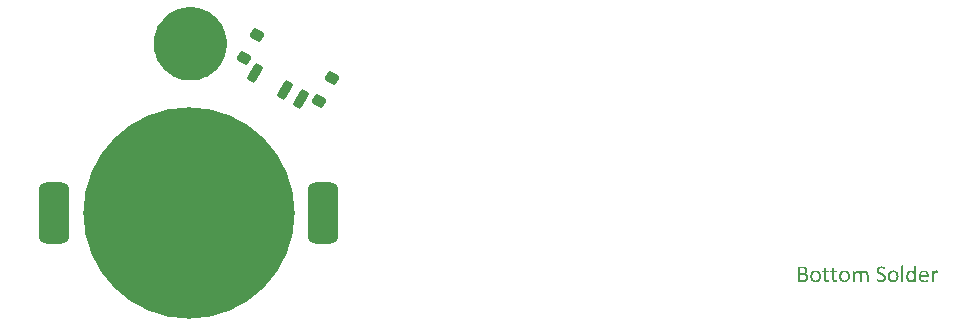
<source format=gbs>
G04*
G04 #@! TF.GenerationSoftware,Altium Limited,Altium Designer,20.1.14 (287)*
G04*
G04 Layer_Color=16711935*
%FSLAX44Y44*%
%MOMM*%
G71*
G04*
G04 #@! TF.SameCoordinates,555A517A-9F76-4A69-B8FD-E90865B7C856*
G04*
G04*
G04 #@! TF.FilePolarity,Negative*
G04*
G01*
G75*
G04:AMPARAMS|DCode=32|XSize=0.9mm|YSize=1.1mm|CornerRadius=0.25mm|HoleSize=0mm|Usage=FLASHONLY|Rotation=240.000|XOffset=0mm|YOffset=0mm|HoleType=Round|Shape=RoundedRectangle|*
%AMROUNDEDRECTD32*
21,1,0.9000,0.6000,0,0,240.0*
21,1,0.4000,1.1000,0,0,240.0*
1,1,0.5000,-0.3598,-0.0232*
1,1,0.5000,-0.1598,0.3232*
1,1,0.5000,0.3598,0.0232*
1,1,0.5000,0.1598,-0.3232*
%
%ADD32ROUNDEDRECTD32*%
G04:AMPARAMS|DCode=33|XSize=0.8mm|YSize=1.6mm|CornerRadius=0.225mm|HoleSize=0mm|Usage=FLASHONLY|Rotation=330.000|XOffset=0mm|YOffset=0mm|HoleType=Round|Shape=RoundedRectangle|*
%AMROUNDEDRECTD33*
21,1,0.8000,1.1500,0,0,330.0*
21,1,0.3500,1.6000,0,0,330.0*
1,1,0.4500,-0.1360,-0.5855*
1,1,0.4500,-0.4391,-0.4105*
1,1,0.4500,0.1360,0.5855*
1,1,0.4500,0.4391,0.4105*
%
%ADD33ROUNDEDRECTD33*%
G04:AMPARAMS|DCode=34|XSize=2.6mm|YSize=5.2mm|CornerRadius=0.675mm|HoleSize=0mm|Usage=FLASHONLY|Rotation=0.000|XOffset=0mm|YOffset=0mm|HoleType=Round|Shape=RoundedRectangle|*
%AMROUNDEDRECTD34*
21,1,2.6000,3.8500,0,0,0.0*
21,1,1.2500,5.2000,0,0,0.0*
1,1,1.3500,0.6250,-1.9250*
1,1,1.3500,-0.6250,-1.9250*
1,1,1.3500,-0.6250,1.9250*
1,1,1.3500,0.6250,1.9250*
%
%ADD34ROUNDEDRECTD34*%
%ADD35C,17.9000*%
G36*
X3475Y143867D02*
X3597Y143859D01*
X7496Y143346D01*
X7522Y143341D01*
X7625Y143320D01*
X11423Y142303D01*
X11494Y142278D01*
X11547Y142260D01*
X15181Y140755D01*
X15298Y140697D01*
X18704Y138731D01*
X18748Y138702D01*
X18813Y138658D01*
X21933Y136264D01*
X22031Y136178D01*
X24812Y133397D01*
X24899Y133299D01*
X27293Y130179D01*
X27366Y130070D01*
X29332Y126664D01*
X29390Y126546D01*
X30895Y122913D01*
X30909Y122872D01*
X30937Y122789D01*
X31955Y118990D01*
X31980Y118862D01*
X32494Y114963D01*
X32502Y114832D01*
Y112866D01*
Y110899D01*
X32502Y110891D01*
X32494Y110769D01*
X31980Y106870D01*
X31975Y106844D01*
X31955Y106741D01*
X30937Y102942D01*
X30913Y102871D01*
X30895Y102818D01*
X29390Y99185D01*
X29332Y99067D01*
X27366Y95662D01*
X27336Y95618D01*
X27293Y95553D01*
X24899Y92433D01*
X24812Y92334D01*
X22031Y89553D01*
X21933Y89467D01*
X18813Y87073D01*
X18704Y87000D01*
X15298Y85034D01*
X15181Y84976D01*
X11547Y83471D01*
X11506Y83457D01*
X11423Y83429D01*
X7625Y82411D01*
X7548Y82396D01*
X7496Y82385D01*
X3597Y81872D01*
X3466Y81863D01*
X-466D01*
X-597Y81872D01*
X-4496Y82385D01*
X-4517Y82390D01*
X-4625Y82411D01*
X-8423Y83429D01*
X-8494Y83453D01*
X-8547Y83471D01*
X-12181Y84976D01*
X-12298Y85034D01*
X-15704Y87000D01*
X-15748Y87029D01*
X-15813Y87073D01*
X-18933Y89467D01*
X-19031Y89553D01*
X-21812Y92334D01*
X-21899Y92433D01*
X-24293Y95553D01*
X-24365Y95662D01*
X-26332Y99067D01*
X-26390Y99185D01*
X-27895Y102818D01*
X-27909Y102859D01*
X-27937Y102942D01*
X-28955Y106741D01*
X-28970Y106818D01*
X-28980Y106870D01*
X-29494Y110768D01*
X-29502Y110899D01*
Y112866D01*
Y114832D01*
X-29494Y114963D01*
X-28980Y118862D01*
X-28976Y118883D01*
X-28955Y118990D01*
X-27937Y122789D01*
X-27913Y122860D01*
X-27895Y122913D01*
X-26390Y126546D01*
X-26332Y126664D01*
X-24365Y130070D01*
X-24336Y130113D01*
X-24293Y130179D01*
X-21899Y133299D01*
X-21812Y133397D01*
X-19031Y136178D01*
X-18933Y136264D01*
X-15813Y138658D01*
X-15704Y138731D01*
X-12298Y140697D01*
X-12181Y140755D01*
X-8547Y142260D01*
X-8506Y142274D01*
X-8423Y142303D01*
X-4625Y143320D01*
X-4496Y143346D01*
X-597Y143859D01*
X-466Y143868D01*
X3466D01*
X3475Y143867D01*
D02*
G37*
G36*
X587339Y-75702D02*
X587640Y-75748D01*
X587663D01*
X587710Y-75771D01*
X587802D01*
X587918Y-75794D01*
X588172Y-75864D01*
X588450Y-75956D01*
X588473D01*
X588519Y-75979D01*
X588589Y-76003D01*
X588681Y-76026D01*
X588913Y-76118D01*
X589144Y-76234D01*
X589167D01*
X589190Y-76257D01*
X589306Y-76303D01*
X589445Y-76396D01*
X589538Y-76465D01*
X589561Y-76488D01*
X589584Y-76512D01*
X589630Y-76581D01*
X589653Y-76627D01*
X589676Y-76651D01*
X589723Y-76766D01*
Y-76789D01*
X589746Y-76836D01*
Y-76975D01*
Y-76998D01*
X589769Y-77044D01*
Y-77160D01*
Y-77275D01*
Y-77298D01*
Y-77391D01*
Y-77484D01*
X589746Y-77599D01*
Y-77622D01*
X589723Y-77692D01*
X589700Y-77854D01*
Y-77877D01*
X589676Y-77900D01*
X589607Y-77993D01*
X589584D01*
X589491Y-78016D01*
X589468D01*
X589399Y-77993D01*
X589306Y-77946D01*
X589144Y-77877D01*
X589098Y-77854D01*
X588982Y-77784D01*
X588797Y-77692D01*
X588566Y-77576D01*
X588543D01*
X588519Y-77553D01*
X588450Y-77507D01*
X588357Y-77460D01*
X588103Y-77368D01*
X587779Y-77252D01*
X587756D01*
X587710Y-77229D01*
X587594Y-77206D01*
X587478Y-77160D01*
X587316Y-77137D01*
X587154Y-77113D01*
X586738Y-77090D01*
X586553D01*
X586414Y-77113D01*
X586113Y-77160D01*
X585789Y-77252D01*
X585766D01*
X585720Y-77275D01*
X585650Y-77298D01*
X585558Y-77345D01*
X585349Y-77484D01*
X585141Y-77646D01*
X585095Y-77692D01*
X585002Y-77807D01*
X584863Y-77969D01*
X584748Y-78201D01*
Y-78224D01*
X584725Y-78247D01*
X584701Y-78317D01*
Y-78409D01*
X584655Y-78640D01*
X584632Y-78895D01*
Y-78918D01*
Y-78988D01*
X584655Y-79080D01*
Y-79219D01*
X584725Y-79520D01*
X584863Y-79821D01*
X584887Y-79844D01*
X584910Y-79890D01*
X584956Y-79960D01*
X585048Y-80052D01*
X585257Y-80283D01*
X585534Y-80515D01*
X585558Y-80538D01*
X585604Y-80561D01*
X585696Y-80631D01*
X585812Y-80700D01*
X585951Y-80793D01*
X586113Y-80885D01*
X586483Y-81070D01*
X586506D01*
X586576Y-81116D01*
X586691Y-81163D01*
X586807Y-81209D01*
X586969Y-81278D01*
X587154Y-81371D01*
X587548Y-81556D01*
X587571D01*
X587640Y-81602D01*
X587756Y-81649D01*
X587895Y-81718D01*
X588057Y-81811D01*
X588242Y-81903D01*
X588635Y-82135D01*
X588658Y-82158D01*
X588728Y-82181D01*
X588820Y-82250D01*
X588959Y-82343D01*
X589260Y-82574D01*
X589584Y-82852D01*
X589607Y-82875D01*
X589653Y-82921D01*
X589723Y-83014D01*
X589815Y-83130D01*
X589931Y-83268D01*
X590047Y-83430D01*
X590255Y-83824D01*
X590278Y-83847D01*
X590301Y-83916D01*
X590347Y-84032D01*
X590394Y-84194D01*
X590440Y-84402D01*
X590463Y-84634D01*
X590509Y-84888D01*
Y-85166D01*
Y-85212D01*
Y-85328D01*
X590486Y-85490D01*
X590463Y-85698D01*
X590417Y-85953D01*
X590371Y-86230D01*
X590278Y-86508D01*
X590162Y-86786D01*
X590139Y-86809D01*
X590093Y-86901D01*
X590023Y-87040D01*
X589931Y-87202D01*
X589792Y-87387D01*
X589630Y-87596D01*
X589445Y-87781D01*
X589237Y-87989D01*
X589214Y-88012D01*
X589121Y-88058D01*
X589005Y-88151D01*
X588843Y-88266D01*
X588635Y-88382D01*
X588381Y-88498D01*
X588126Y-88614D01*
X587825Y-88729D01*
X587779D01*
X587686Y-88776D01*
X587524Y-88799D01*
X587316Y-88845D01*
X587062Y-88891D01*
X586761Y-88914D01*
X586437Y-88961D01*
X585858D01*
X585696Y-88938D01*
X585511D01*
X585303Y-88914D01*
X584887Y-88845D01*
X584863D01*
X584794Y-88822D01*
X584678Y-88799D01*
X584563Y-88776D01*
X584239Y-88706D01*
X583891Y-88590D01*
X583868D01*
X583822Y-88567D01*
X583753Y-88521D01*
X583637Y-88498D01*
X583406Y-88382D01*
X583174Y-88266D01*
X583151D01*
X583128Y-88243D01*
X583012Y-88151D01*
X582873Y-88058D01*
X582758Y-87966D01*
X582735Y-87943D01*
X582688Y-87873D01*
X582642Y-87781D01*
X582596Y-87665D01*
Y-87619D01*
X582573Y-87526D01*
X582550Y-87364D01*
Y-87156D01*
Y-87110D01*
Y-87040D01*
Y-86924D01*
Y-86809D01*
Y-86786D01*
X582573Y-86716D01*
X582596Y-86647D01*
X582619Y-86577D01*
Y-86554D01*
X582642Y-86531D01*
X582711Y-86439D01*
X582735D01*
X582758Y-86415D01*
X582850Y-86392D01*
X582873D01*
X582943Y-86415D01*
X583082Y-86462D01*
X583244Y-86577D01*
X583267D01*
X583290Y-86601D01*
X583429Y-86693D01*
X583614Y-86809D01*
X583891Y-86948D01*
X583915D01*
X583961Y-86971D01*
X584053Y-87017D01*
X584169Y-87063D01*
X584308Y-87110D01*
X584470Y-87179D01*
X584863Y-87318D01*
X584887D01*
X584956Y-87341D01*
X585095Y-87364D01*
X585257Y-87387D01*
X585442Y-87434D01*
X585673Y-87457D01*
X585905Y-87480D01*
X586391D01*
X586529Y-87457D01*
X586853Y-87410D01*
X587201Y-87341D01*
X587224D01*
X587270Y-87318D01*
X587363Y-87271D01*
X587478Y-87225D01*
X587733Y-87110D01*
X587987Y-86924D01*
X588010Y-86901D01*
X588057Y-86878D01*
X588195Y-86739D01*
X588357Y-86531D01*
X588519Y-86253D01*
Y-86230D01*
X588543Y-86184D01*
X588589Y-86091D01*
X588612Y-85999D01*
X588658Y-85860D01*
X588681Y-85698D01*
X588704Y-85351D01*
Y-85328D01*
Y-85258D01*
X588681Y-85143D01*
Y-85027D01*
X588589Y-84726D01*
X588543Y-84564D01*
X588450Y-84402D01*
Y-84379D01*
X588404Y-84333D01*
X588357Y-84263D01*
X588265Y-84171D01*
X588057Y-83963D01*
X587779Y-83731D01*
X587756Y-83708D01*
X587710Y-83685D01*
X587617Y-83616D01*
X587524Y-83546D01*
X587386Y-83477D01*
X587224Y-83384D01*
X586853Y-83199D01*
X586830Y-83176D01*
X586761Y-83153D01*
X586645Y-83106D01*
X586529Y-83037D01*
X586344Y-82968D01*
X586182Y-82875D01*
X585766Y-82690D01*
X585743Y-82667D01*
X585673Y-82644D01*
X585581Y-82597D01*
X585442Y-82528D01*
X585280Y-82435D01*
X585095Y-82343D01*
X584701Y-82135D01*
X584678Y-82111D01*
X584609Y-82065D01*
X584516Y-82019D01*
X584401Y-81926D01*
X584100Y-81695D01*
X583776Y-81394D01*
X583753Y-81371D01*
X583706Y-81325D01*
X583637Y-81232D01*
X583545Y-81116D01*
X583452Y-80978D01*
X583336Y-80816D01*
X583128Y-80422D01*
Y-80399D01*
X583082Y-80330D01*
X583059Y-80191D01*
X583012Y-80029D01*
X582966Y-79844D01*
X582920Y-79612D01*
X582896Y-79335D01*
X582873Y-79057D01*
Y-79011D01*
Y-78918D01*
X582896Y-78756D01*
X582920Y-78571D01*
X582943Y-78340D01*
X582989Y-78108D01*
X583059Y-77854D01*
X583151Y-77622D01*
X583174Y-77599D01*
X583197Y-77507D01*
X583267Y-77391D01*
X583359Y-77252D01*
X583475Y-77067D01*
X583614Y-76905D01*
X583961Y-76558D01*
X583984Y-76535D01*
X584053Y-76489D01*
X584169Y-76396D01*
X584308Y-76304D01*
X584493Y-76211D01*
X584725Y-76095D01*
X584956Y-75979D01*
X585210Y-75887D01*
X585234D01*
X585349Y-75841D01*
X585488Y-75817D01*
X585696Y-75771D01*
X585928Y-75725D01*
X586182Y-75702D01*
X586483Y-75656D01*
X587062D01*
X587339Y-75702D01*
D02*
G37*
G36*
X615407Y-74915D02*
X615546Y-74938D01*
X615569D01*
X615639Y-74961D01*
X615731Y-74984D01*
X615801Y-75008D01*
X615824D01*
X615847Y-75031D01*
X615940Y-75100D01*
X615963Y-75123D01*
X615986Y-75216D01*
Y-88544D01*
Y-88567D01*
Y-88590D01*
X615940Y-88706D01*
X615916Y-88729D01*
X615801Y-88776D01*
X615778D01*
X615755Y-88799D01*
X615685D01*
X615592Y-88822D01*
X615500D01*
X615384Y-88845D01*
X615014D01*
X614898Y-88822D01*
X614875D01*
X614829Y-88799D01*
X614667Y-88776D01*
X614644D01*
X614621Y-88752D01*
X614528Y-88683D01*
Y-88660D01*
Y-88637D01*
X614505Y-88544D01*
Y-87341D01*
X614482Y-87364D01*
X614389Y-87457D01*
X614227Y-87596D01*
X614042Y-87781D01*
X613834Y-87966D01*
X613579Y-88174D01*
X613302Y-88359D01*
X613024Y-88544D01*
X613001Y-88567D01*
X612885Y-88614D01*
X612746Y-88683D01*
X612538Y-88752D01*
X612284Y-88822D01*
X612006Y-88891D01*
X611682Y-88938D01*
X611358Y-88961D01*
X611196D01*
X611011Y-88938D01*
X610779Y-88914D01*
X610502Y-88868D01*
X610224Y-88799D01*
X609923Y-88706D01*
X609646Y-88590D01*
X609623Y-88567D01*
X609530Y-88521D01*
X609414Y-88428D01*
X609252Y-88313D01*
X609067Y-88174D01*
X608882Y-87989D01*
X608697Y-87781D01*
X608512Y-87549D01*
X608489Y-87526D01*
X608442Y-87434D01*
X608373Y-87295D01*
X608280Y-87109D01*
X608188Y-86901D01*
X608072Y-86624D01*
X607980Y-86346D01*
X607887Y-86022D01*
Y-85976D01*
X607864Y-85860D01*
X607841Y-85675D01*
X607794Y-85443D01*
X607771Y-85166D01*
X607725Y-84842D01*
X607702Y-84518D01*
Y-84148D01*
Y-84124D01*
Y-84101D01*
Y-83963D01*
X607725Y-83731D01*
Y-83454D01*
X607748Y-83130D01*
X607794Y-82782D01*
X607933Y-82065D01*
X607957Y-82019D01*
X607980Y-81903D01*
X608049Y-81741D01*
X608119Y-81510D01*
X608234Y-81255D01*
X608350Y-81001D01*
X608512Y-80723D01*
X608674Y-80469D01*
X608697Y-80445D01*
X608766Y-80353D01*
X608859Y-80237D01*
X608998Y-80098D01*
X609183Y-79913D01*
X609391Y-79751D01*
X609623Y-79589D01*
X609877Y-79450D01*
X609900Y-79427D01*
X610016Y-79381D01*
X610155Y-79335D01*
X610363Y-79265D01*
X610617Y-79196D01*
X610895Y-79126D01*
X611219Y-79103D01*
X611566Y-79080D01*
X611705D01*
X611844Y-79103D01*
X612052Y-79126D01*
X612260Y-79173D01*
X612515Y-79219D01*
X612746Y-79312D01*
X613001Y-79427D01*
X613024Y-79450D01*
X613117Y-79497D01*
X613255Y-79566D01*
X613417Y-79682D01*
X613626Y-79821D01*
X613834Y-80006D01*
X614089Y-80214D01*
X614320Y-80445D01*
Y-75216D01*
Y-75193D01*
Y-75170D01*
X614343Y-75100D01*
Y-75077D01*
X614389Y-75054D01*
X614482Y-75008D01*
X614505D01*
X614551Y-74984D01*
X614621Y-74961D01*
X614736Y-74938D01*
X614759D01*
X614852Y-74915D01*
X614968Y-74892D01*
X615269D01*
X615407Y-74915D01*
D02*
G37*
G36*
X633456Y-79103D02*
X633479D01*
X633549Y-79126D01*
X633664Y-79150D01*
X633780Y-79173D01*
X633803D01*
X633896Y-79196D01*
X633988Y-79219D01*
X634104Y-79265D01*
X634127D01*
X634197Y-79288D01*
X634266Y-79312D01*
X634312Y-79358D01*
X634335D01*
X634359Y-79381D01*
X634405Y-79450D01*
X634428Y-79474D01*
Y-79566D01*
Y-79589D01*
X634451Y-79612D01*
Y-79682D01*
Y-79774D01*
Y-79798D01*
X634474Y-79867D01*
Y-79960D01*
Y-80121D01*
Y-80168D01*
Y-80260D01*
Y-80376D01*
X634451Y-80492D01*
Y-80515D01*
Y-80561D01*
X634405Y-80723D01*
Y-80746D01*
X634382Y-80769D01*
X634335Y-80862D01*
X634312Y-80885D01*
X634220Y-80908D01*
X634150D01*
X634011Y-80862D01*
X633988D01*
X633942Y-80839D01*
X633849Y-80793D01*
X633757Y-80769D01*
X633734D01*
X633664Y-80746D01*
X633572Y-80700D01*
X633433Y-80677D01*
X633410D01*
X633317Y-80654D01*
X633178Y-80631D01*
X632993D01*
X632878Y-80654D01*
X632739Y-80677D01*
X632554Y-80746D01*
X632507Y-80769D01*
X632415Y-80816D01*
X632253Y-80931D01*
X632045Y-81070D01*
X631998Y-81116D01*
X631883Y-81232D01*
X631698Y-81440D01*
X631489Y-81695D01*
X631466Y-81718D01*
X631443Y-81764D01*
X631374Y-81834D01*
X631304Y-81949D01*
X631212Y-82088D01*
X631119Y-82250D01*
X630864Y-82620D01*
Y-88544D01*
Y-88567D01*
Y-88590D01*
X630818Y-88683D01*
X630795Y-88706D01*
X630679Y-88776D01*
X630656D01*
X630610Y-88799D01*
X630541D01*
X630425Y-88822D01*
X630332D01*
X630193Y-88845D01*
X629754D01*
X629615Y-88822D01*
X629592D01*
X629546Y-88799D01*
X629384Y-88776D01*
X629361D01*
X629337Y-88752D01*
X629245Y-88683D01*
Y-88637D01*
X629222Y-88544D01*
Y-79543D01*
Y-79520D01*
Y-79497D01*
X629245Y-79404D01*
X629268Y-79381D01*
X629314Y-79335D01*
X629361Y-79312D01*
X629384D01*
X629430Y-79288D01*
X629499Y-79265D01*
X629592Y-79242D01*
X629615D01*
X629684Y-79219D01*
X630193D01*
X630309Y-79242D01*
X630332D01*
X630402Y-79265D01*
X630471Y-79288D01*
X630541Y-79312D01*
X630564D01*
X630587Y-79335D01*
X630633Y-79358D01*
X630656Y-79404D01*
X630679Y-79427D01*
X630703Y-79543D01*
Y-80862D01*
X630726Y-80839D01*
X630772Y-80769D01*
X630841Y-80677D01*
X630934Y-80538D01*
X631142Y-80260D01*
X631397Y-79983D01*
X631420Y-79960D01*
X631443Y-79913D01*
X631605Y-79774D01*
X631790Y-79612D01*
X631998Y-79450D01*
X632021D01*
X632045Y-79427D01*
X632183Y-79335D01*
X632369Y-79242D01*
X632577Y-79173D01*
X632600D01*
X632623Y-79150D01*
X632762Y-79126D01*
X632947Y-79103D01*
X633155Y-79080D01*
X633340D01*
X633456Y-79103D01*
D02*
G37*
G36*
X572924Y-79103D02*
X573132Y-79127D01*
X573363Y-79150D01*
X573618Y-79219D01*
X573849Y-79288D01*
X574080Y-79404D01*
X574104Y-79427D01*
X574173Y-79450D01*
X574289Y-79520D01*
X574427Y-79612D01*
X574566Y-79728D01*
X574728Y-79867D01*
X574890Y-80029D01*
X575029Y-80214D01*
X575052Y-80237D01*
X575099Y-80307D01*
X575145Y-80422D01*
X575237Y-80561D01*
X575330Y-80723D01*
X575399Y-80931D01*
X575492Y-81163D01*
X575561Y-81417D01*
Y-81440D01*
X575584Y-81533D01*
X575608Y-81672D01*
X575654Y-81857D01*
X575677Y-82065D01*
X575700Y-82297D01*
X575723Y-82852D01*
Y-88544D01*
Y-88567D01*
Y-88590D01*
X575677Y-88683D01*
X575654Y-88706D01*
X575538Y-88776D01*
X575515D01*
X575469Y-88799D01*
X575399D01*
X575284Y-88822D01*
X575168D01*
X575052Y-88845D01*
X574613D01*
X574474Y-88822D01*
X574451D01*
X574381Y-88799D01*
X574289D01*
X574219Y-88776D01*
X574196D01*
X574173Y-88752D01*
X574080Y-88683D01*
Y-88637D01*
X574057Y-88544D01*
Y-83083D01*
Y-83060D01*
Y-82991D01*
Y-82875D01*
X574034Y-82736D01*
X574011Y-82389D01*
X573942Y-82042D01*
Y-82019D01*
X573918Y-81950D01*
X573895Y-81880D01*
X573872Y-81764D01*
X573756Y-81487D01*
X573618Y-81232D01*
Y-81209D01*
X573571Y-81163D01*
X573479Y-81024D01*
X573294Y-80862D01*
X573062Y-80700D01*
X573039D01*
X572993Y-80677D01*
X572924Y-80631D01*
X572831Y-80607D01*
X572576Y-80538D01*
X572276Y-80515D01*
X572183D01*
X572067Y-80538D01*
X571905Y-80561D01*
X571743Y-80631D01*
X571535Y-80700D01*
X571327Y-80816D01*
X571119Y-80978D01*
X571096Y-81001D01*
X571026Y-81047D01*
X570910Y-81163D01*
X570748Y-81302D01*
X570563Y-81487D01*
X570355Y-81695D01*
X570124Y-81950D01*
X569869Y-82250D01*
Y-88544D01*
Y-88567D01*
Y-88590D01*
X569823Y-88683D01*
X569800Y-88706D01*
X569684Y-88776D01*
X569661D01*
X569614Y-88799D01*
X569545D01*
X569429Y-88822D01*
X569314D01*
X569198Y-88845D01*
X568782D01*
X568643Y-88822D01*
X568619D01*
X568550Y-88799D01*
X568458D01*
X568388Y-88776D01*
X568365D01*
X568342Y-88752D01*
X568249Y-88683D01*
Y-88637D01*
X568226Y-88544D01*
Y-83083D01*
Y-83060D01*
Y-82991D01*
Y-82875D01*
X568203Y-82736D01*
X568180Y-82389D01*
X568111Y-82042D01*
Y-82019D01*
X568087Y-81950D01*
X568064Y-81880D01*
X568018Y-81764D01*
X567925Y-81487D01*
X567763Y-81232D01*
Y-81209D01*
X567717Y-81163D01*
X567625Y-81024D01*
X567439Y-80862D01*
X567208Y-80700D01*
X567185D01*
X567162Y-80677D01*
X567092Y-80631D01*
X567000Y-80607D01*
X566745Y-80538D01*
X566421Y-80515D01*
X566329D01*
X566213Y-80538D01*
X566051Y-80561D01*
X565889Y-80631D01*
X565681Y-80700D01*
X565473Y-80816D01*
X565264Y-80978D01*
X565241Y-81001D01*
X565172Y-81047D01*
X565056Y-81163D01*
X564894Y-81302D01*
X564709Y-81487D01*
X564501Y-81695D01*
X564269Y-81950D01*
X564015Y-82250D01*
Y-88544D01*
Y-88567D01*
Y-88590D01*
X563969Y-88683D01*
X563945Y-88706D01*
X563830Y-88776D01*
X563806D01*
X563760Y-88799D01*
X563691D01*
X563575Y-88822D01*
X563483D01*
X563344Y-88845D01*
X562904D01*
X562765Y-88822D01*
X562742D01*
X562696Y-88799D01*
X562534Y-88776D01*
X562511D01*
X562488Y-88752D01*
X562395Y-88683D01*
Y-88637D01*
X562372Y-88544D01*
Y-79543D01*
Y-79520D01*
Y-79497D01*
X562395Y-79404D01*
X562418Y-79381D01*
X562464Y-79335D01*
X562511Y-79312D01*
X562534D01*
X562580Y-79288D01*
X562650Y-79265D01*
X562742Y-79242D01*
X562765D01*
X562835Y-79219D01*
X563344D01*
X563460Y-79242D01*
X563483D01*
X563552Y-79265D01*
X563621Y-79288D01*
X563691Y-79312D01*
X563714D01*
X563737Y-79335D01*
X563783Y-79358D01*
X563806Y-79404D01*
X563830Y-79427D01*
X563853Y-79543D01*
Y-80723D01*
X563876Y-80677D01*
X563992Y-80584D01*
X564131Y-80445D01*
X564316Y-80260D01*
X564524Y-80052D01*
X564778Y-79844D01*
X565033Y-79659D01*
X565311Y-79497D01*
X565334Y-79474D01*
X565426Y-79427D01*
X565588Y-79358D01*
X565773Y-79288D01*
X565982Y-79219D01*
X566236Y-79150D01*
X566491Y-79103D01*
X566768Y-79080D01*
X566977D01*
X567092Y-79103D01*
X567416Y-79127D01*
X567763Y-79219D01*
X567786D01*
X567833Y-79242D01*
X567925Y-79265D01*
X568041Y-79312D01*
X568296Y-79427D01*
X568550Y-79589D01*
X568573D01*
X568619Y-79636D01*
X568758Y-79751D01*
X568943Y-79913D01*
X569129Y-80145D01*
X569152Y-80168D01*
X569175Y-80191D01*
X569221Y-80260D01*
X569267Y-80353D01*
X569406Y-80584D01*
X569545Y-80862D01*
X569568Y-80839D01*
X569614Y-80769D01*
X569707Y-80700D01*
X569823Y-80584D01*
X570077Y-80307D01*
X570378Y-80052D01*
X570401Y-80029D01*
X570448Y-79983D01*
X570540Y-79936D01*
X570633Y-79844D01*
X570887Y-79682D01*
X571165Y-79497D01*
X571188D01*
X571234Y-79450D01*
X571304Y-79427D01*
X571396Y-79381D01*
X571651Y-79288D01*
X571905Y-79196D01*
X571928D01*
X571975Y-79173D01*
X572044Y-79150D01*
X572137Y-79127D01*
X572345Y-79103D01*
X572623Y-79080D01*
X572761D01*
X572924Y-79103D01*
D02*
G37*
G36*
X520374Y-75864D02*
X520675Y-75887D01*
X520999Y-75933D01*
X521300Y-76003D01*
X521600Y-76072D01*
X521623D01*
X521716Y-76118D01*
X521855Y-76165D01*
X522040Y-76234D01*
X522433Y-76442D01*
X522642Y-76581D01*
X522827Y-76720D01*
X522850Y-76743D01*
X522919Y-76789D01*
X523012Y-76882D01*
X523104Y-76998D01*
X523243Y-77160D01*
X523359Y-77345D01*
X523475Y-77530D01*
X523590Y-77761D01*
X523613Y-77784D01*
X523637Y-77877D01*
X523683Y-77993D01*
X523729Y-78155D01*
X523775Y-78363D01*
X523798Y-78594D01*
X523845Y-78849D01*
Y-79127D01*
Y-79150D01*
Y-79196D01*
Y-79288D01*
X523822Y-79404D01*
X523798Y-79682D01*
X523729Y-80006D01*
Y-80029D01*
X523706Y-80075D01*
X523683Y-80168D01*
X523637Y-80260D01*
X523544Y-80515D01*
X523382Y-80793D01*
Y-80816D01*
X523336Y-80839D01*
X523243Y-81001D01*
X523081Y-81209D01*
X522850Y-81417D01*
X522827D01*
X522803Y-81463D01*
X522734Y-81510D01*
X522642Y-81579D01*
X522410Y-81718D01*
X522109Y-81880D01*
X522132D01*
X522202Y-81903D01*
X522295Y-81926D01*
X522433Y-81950D01*
X522757Y-82065D01*
X523104Y-82250D01*
X523128D01*
X523174Y-82297D01*
X523266Y-82343D01*
X523382Y-82435D01*
X523637Y-82644D01*
X523891Y-82921D01*
X523914Y-82944D01*
X523960Y-82991D01*
X524007Y-83083D01*
X524099Y-83199D01*
X524169Y-83338D01*
X524261Y-83500D01*
X524446Y-83893D01*
Y-83916D01*
X524470Y-83986D01*
X524516Y-84101D01*
X524562Y-84240D01*
X524585Y-84425D01*
X524632Y-84611D01*
X524655Y-85073D01*
Y-85096D01*
Y-85189D01*
Y-85305D01*
X524632Y-85443D01*
X524608Y-85629D01*
X524585Y-85814D01*
X524493Y-86207D01*
Y-86230D01*
X524470Y-86300D01*
X524423Y-86392D01*
X524377Y-86508D01*
X524238Y-86809D01*
X524053Y-87133D01*
X524030Y-87156D01*
X524007Y-87202D01*
X523937Y-87271D01*
X523868Y-87387D01*
X523660Y-87619D01*
X523382Y-87850D01*
X523359Y-87873D01*
X523313Y-87896D01*
X523220Y-87966D01*
X523128Y-88035D01*
X522989Y-88104D01*
X522827Y-88197D01*
X522480Y-88359D01*
X522456D01*
X522387Y-88382D01*
X522295Y-88428D01*
X522156Y-88475D01*
X522017Y-88521D01*
X521832Y-88590D01*
X521415Y-88683D01*
X521392D01*
X521323Y-88706D01*
X521207D01*
X521045Y-88729D01*
X520860Y-88752D01*
X520628D01*
X520397Y-88776D01*
X516695D01*
X516602Y-88752D01*
X516463Y-88706D01*
X516301Y-88637D01*
X516278Y-88614D01*
X516209Y-88498D01*
X516139Y-88336D01*
X516116Y-88081D01*
Y-76558D01*
Y-76535D01*
Y-76489D01*
X516139Y-76350D01*
X516186Y-76165D01*
X516301Y-76003D01*
X516348Y-75979D01*
X516440Y-75910D01*
X516579Y-75864D01*
X516741Y-75841D01*
X520119D01*
X520374Y-75864D01*
D02*
G37*
G36*
X604786Y-74869D02*
X604810D01*
X604879Y-74892D01*
X604972Y-74915D01*
X605041Y-74938D01*
X605064D01*
X605087Y-74961D01*
X605180Y-75054D01*
X605203Y-75077D01*
X605226Y-75170D01*
Y-88544D01*
Y-88567D01*
Y-88590D01*
X605180Y-88683D01*
X605157Y-88706D01*
X605041Y-88776D01*
X605018D01*
X604972Y-88799D01*
X604902D01*
X604786Y-88822D01*
X604694D01*
X604555Y-88845D01*
X604115D01*
X603977Y-88822D01*
X603953D01*
X603907Y-88799D01*
X603745Y-88776D01*
X603722D01*
X603699Y-88752D01*
X603606Y-88683D01*
Y-88637D01*
X603583Y-88544D01*
Y-75170D01*
Y-75146D01*
Y-75123D01*
X603606Y-75054D01*
Y-75031D01*
X603653Y-75008D01*
X603745Y-74938D01*
X603768D01*
X603815Y-74915D01*
X603884Y-74892D01*
X603977Y-74869D01*
X604000D01*
X604092Y-74846D01*
X604671D01*
X604786Y-74869D01*
D02*
G37*
G36*
X546313Y-76836D02*
X546336D01*
X546406Y-76859D01*
X546498Y-76882D01*
X546568Y-76905D01*
X546591D01*
X546614Y-76928D01*
X546707Y-77021D01*
X546730Y-77044D01*
X546753Y-77137D01*
Y-79265D01*
X549090D01*
X549182Y-79312D01*
X549206D01*
X549229Y-79335D01*
X549298Y-79450D01*
Y-79474D01*
X549321Y-79497D01*
X549344Y-79566D01*
X549368Y-79659D01*
Y-79682D01*
X549391Y-79728D01*
Y-79844D01*
Y-79960D01*
Y-79983D01*
Y-80029D01*
Y-80168D01*
X549344Y-80330D01*
X549298Y-80492D01*
X549275Y-80515D01*
X549229Y-80561D01*
X549159Y-80607D01*
X549044Y-80631D01*
X546753D01*
Y-85652D01*
Y-85698D01*
Y-85814D01*
X546776Y-85976D01*
Y-86184D01*
X546869Y-86647D01*
X546915Y-86855D01*
X547007Y-87063D01*
X547030Y-87086D01*
X547054Y-87133D01*
X547123Y-87202D01*
X547239Y-87295D01*
X547378Y-87387D01*
X547539Y-87457D01*
X547748Y-87503D01*
X548002Y-87526D01*
X548257D01*
X548396Y-87503D01*
X548419D01*
X548511Y-87480D01*
X548604Y-87434D01*
X548720Y-87410D01*
X548743Y-87387D01*
X548812Y-87364D01*
X548951Y-87295D01*
X548974D01*
X549021Y-87271D01*
X549159Y-87248D01*
X549182D01*
X549252Y-87295D01*
X549275Y-87318D01*
X549321Y-87387D01*
Y-87410D01*
X549344Y-87434D01*
X549368Y-87572D01*
Y-87596D01*
X549391Y-87642D01*
Y-87758D01*
Y-87873D01*
Y-87919D01*
Y-88035D01*
X549368Y-88174D01*
X549344Y-88336D01*
Y-88359D01*
X549321Y-88428D01*
X549275Y-88521D01*
X549206Y-88590D01*
X549182D01*
X549159Y-88637D01*
X549090Y-88683D01*
X548974Y-88729D01*
X548951D01*
X548858Y-88752D01*
X548743Y-88776D01*
X548604Y-88822D01*
X548581D01*
X548488Y-88845D01*
X548349Y-88868D01*
X548187Y-88891D01*
X548141D01*
X548049Y-88914D01*
X547887Y-88938D01*
X547470D01*
X547308Y-88914D01*
X547123Y-88891D01*
X546915Y-88868D01*
X546521Y-88776D01*
X546498D01*
X546452Y-88729D01*
X546359Y-88706D01*
X546244Y-88637D01*
X545966Y-88452D01*
X545712Y-88220D01*
X545688Y-88197D01*
X545665Y-88151D01*
X545596Y-88058D01*
X545526Y-87943D01*
X545457Y-87804D01*
X545388Y-87642D01*
X545249Y-87248D01*
Y-87225D01*
X545226Y-87156D01*
X545202Y-87017D01*
X545179Y-86855D01*
X545156Y-86670D01*
X545133Y-86439D01*
X545110Y-86184D01*
Y-85906D01*
Y-80631D01*
X543814D01*
X543745Y-80607D01*
X543652Y-80561D01*
X543583Y-80492D01*
Y-80469D01*
X543560Y-80353D01*
X543536Y-80191D01*
X543513Y-79960D01*
Y-79936D01*
Y-79844D01*
Y-79751D01*
X543536Y-79659D01*
Y-79636D01*
X543560Y-79589D01*
Y-79520D01*
X543583Y-79450D01*
Y-79427D01*
X543606Y-79404D01*
X543698Y-79312D01*
X543722D01*
X543745Y-79288D01*
X543837Y-79265D01*
X545110D01*
Y-77137D01*
Y-77113D01*
Y-77090D01*
X545133Y-77021D01*
Y-76998D01*
X545179Y-76975D01*
X545272Y-76905D01*
X545295D01*
X545341Y-76882D01*
X545411Y-76859D01*
X545503Y-76836D01*
X545526D01*
X545619Y-76813D01*
X546198D01*
X546313Y-76836D01*
D02*
G37*
G36*
X539464D02*
X539487D01*
X539557Y-76859D01*
X539649Y-76882D01*
X539718Y-76905D01*
X539742D01*
X539765Y-76928D01*
X539857Y-77021D01*
X539880Y-77044D01*
X539903Y-77137D01*
Y-79265D01*
X542241D01*
X542333Y-79312D01*
X542356D01*
X542379Y-79335D01*
X542449Y-79450D01*
Y-79474D01*
X542472Y-79497D01*
X542495Y-79566D01*
X542518Y-79659D01*
Y-79682D01*
X542541Y-79728D01*
Y-79844D01*
Y-79960D01*
Y-79983D01*
Y-80029D01*
Y-80168D01*
X542495Y-80330D01*
X542449Y-80492D01*
X542426Y-80515D01*
X542379Y-80561D01*
X542310Y-80607D01*
X542194Y-80631D01*
X539903D01*
Y-85652D01*
Y-85698D01*
Y-85814D01*
X539927Y-85976D01*
Y-86184D01*
X540019Y-86647D01*
X540065Y-86855D01*
X540158Y-87063D01*
X540181Y-87086D01*
X540204Y-87133D01*
X540274Y-87202D01*
X540390Y-87295D01*
X540528Y-87387D01*
X540690Y-87457D01*
X540899Y-87503D01*
X541153Y-87526D01*
X541408D01*
X541546Y-87503D01*
X541570D01*
X541662Y-87480D01*
X541755Y-87434D01*
X541870Y-87410D01*
X541894Y-87387D01*
X541963Y-87364D01*
X542102Y-87295D01*
X542125D01*
X542171Y-87271D01*
X542310Y-87248D01*
X542333D01*
X542403Y-87295D01*
X542426Y-87318D01*
X542472Y-87387D01*
Y-87410D01*
X542495Y-87434D01*
X542518Y-87572D01*
Y-87596D01*
X542541Y-87642D01*
Y-87758D01*
Y-87873D01*
Y-87919D01*
Y-88035D01*
X542518Y-88174D01*
X542495Y-88336D01*
Y-88359D01*
X542472Y-88428D01*
X542426Y-88521D01*
X542356Y-88590D01*
X542333D01*
X542310Y-88637D01*
X542241Y-88683D01*
X542125Y-88729D01*
X542102D01*
X542009Y-88752D01*
X541894Y-88776D01*
X541755Y-88822D01*
X541732D01*
X541639Y-88845D01*
X541500Y-88868D01*
X541338Y-88891D01*
X541292D01*
X541199Y-88914D01*
X541037Y-88938D01*
X540621D01*
X540459Y-88914D01*
X540274Y-88891D01*
X540065Y-88868D01*
X539672Y-88776D01*
X539649D01*
X539603Y-88729D01*
X539510Y-88706D01*
X539394Y-88637D01*
X539117Y-88452D01*
X538862Y-88220D01*
X538839Y-88197D01*
X538816Y-88151D01*
X538747Y-88058D01*
X538677Y-87943D01*
X538608Y-87804D01*
X538538Y-87642D01*
X538400Y-87248D01*
Y-87225D01*
X538376Y-87156D01*
X538353Y-87017D01*
X538330Y-86855D01*
X538307Y-86670D01*
X538284Y-86439D01*
X538261Y-86184D01*
Y-85906D01*
Y-80631D01*
X536965D01*
X536895Y-80607D01*
X536803Y-80561D01*
X536733Y-80492D01*
Y-80469D01*
X536710Y-80353D01*
X536687Y-80191D01*
X536664Y-79960D01*
Y-79936D01*
Y-79844D01*
Y-79751D01*
X536687Y-79659D01*
Y-79636D01*
X536710Y-79589D01*
Y-79520D01*
X536733Y-79450D01*
Y-79427D01*
X536757Y-79404D01*
X536849Y-79312D01*
X536872D01*
X536895Y-79288D01*
X536988Y-79265D01*
X538261D01*
Y-77137D01*
Y-77113D01*
Y-77090D01*
X538284Y-77021D01*
Y-76998D01*
X538330Y-76975D01*
X538423Y-76905D01*
X538446D01*
X538492Y-76882D01*
X538562Y-76859D01*
X538654Y-76836D01*
X538677D01*
X538770Y-76813D01*
X539348D01*
X539464Y-76836D01*
D02*
G37*
G36*
X623113Y-79103D02*
X623367Y-79126D01*
X623645Y-79173D01*
X623946Y-79219D01*
X624247Y-79312D01*
X624548Y-79427D01*
X624571Y-79450D01*
X624686Y-79497D01*
X624825Y-79566D01*
X624987Y-79682D01*
X625172Y-79798D01*
X625381Y-79960D01*
X625589Y-80145D01*
X625774Y-80353D01*
X625797Y-80376D01*
X625843Y-80445D01*
X625936Y-80584D01*
X626051Y-80746D01*
X626167Y-80931D01*
X626283Y-81163D01*
X626399Y-81417D01*
X626491Y-81695D01*
Y-81718D01*
X626538Y-81834D01*
X626561Y-81973D01*
X626607Y-82181D01*
X626653Y-82435D01*
X626676Y-82713D01*
X626723Y-83014D01*
Y-83338D01*
Y-83639D01*
Y-83662D01*
Y-83708D01*
X626699Y-83847D01*
X626630Y-84032D01*
X626514Y-84194D01*
X626491Y-84217D01*
X626399Y-84263D01*
X626260Y-84333D01*
X626075Y-84356D01*
X620151D01*
Y-84379D01*
Y-84495D01*
Y-84634D01*
X620174Y-84819D01*
Y-85027D01*
X620220Y-85258D01*
X620290Y-85721D01*
Y-85744D01*
X620313Y-85814D01*
X620359Y-85929D01*
X620406Y-86068D01*
X620568Y-86415D01*
X620799Y-86762D01*
X620822Y-86786D01*
X620868Y-86832D01*
X620938Y-86901D01*
X621053Y-86994D01*
X621169Y-87109D01*
X621331Y-87202D01*
X621701Y-87410D01*
X621725D01*
X621794Y-87434D01*
X621933Y-87480D01*
X622095Y-87503D01*
X622303Y-87549D01*
X622534Y-87596D01*
X622789Y-87619D01*
X623321D01*
X623483Y-87596D01*
X623853Y-87572D01*
X624224Y-87526D01*
X624247D01*
X624316Y-87503D01*
X624409Y-87480D01*
X624524Y-87457D01*
X624802Y-87387D01*
X625103Y-87295D01*
X625126D01*
X625172Y-87271D01*
X625311Y-87202D01*
X625519Y-87133D01*
X625704Y-87063D01*
X625728D01*
X625751Y-87040D01*
X625843Y-86994D01*
X625959Y-86971D01*
X626075Y-86948D01*
X626121D01*
X626190Y-86994D01*
X626213D01*
X626237Y-87017D01*
X626283Y-87109D01*
Y-87133D01*
X626306Y-87156D01*
X626329Y-87295D01*
Y-87318D01*
X626352Y-87364D01*
Y-87480D01*
Y-87596D01*
Y-87619D01*
Y-87665D01*
X626329Y-87827D01*
Y-87850D01*
Y-87873D01*
X626306Y-88012D01*
X626283Y-88058D01*
X626237Y-88151D01*
X626213Y-88174D01*
X626167Y-88243D01*
X626121Y-88290D01*
X626005Y-88336D01*
X625843Y-88428D01*
X625820D01*
X625797Y-88452D01*
X625728Y-88475D01*
X625658Y-88498D01*
X625427Y-88567D01*
X625126Y-88660D01*
X625103D01*
X625056Y-88683D01*
X624964Y-88706D01*
X624848Y-88729D01*
X624709Y-88752D01*
X624524Y-88799D01*
X624131Y-88868D01*
X624108D01*
X624038Y-88891D01*
X623923D01*
X623784Y-88914D01*
X623599Y-88938D01*
X623391D01*
X622928Y-88961D01*
X622743D01*
X622534Y-88938D01*
X622280Y-88914D01*
X621956Y-88891D01*
X621632Y-88822D01*
X621308Y-88752D01*
X620984Y-88660D01*
X620938Y-88637D01*
X620845Y-88614D01*
X620683Y-88521D01*
X620498Y-88428D01*
X620267Y-88313D01*
X620035Y-88151D01*
X619804Y-87966D01*
X619572Y-87757D01*
X619549Y-87734D01*
X619480Y-87642D01*
X619387Y-87503D01*
X619249Y-87341D01*
X619110Y-87109D01*
X618971Y-86855D01*
X618832Y-86554D01*
X618716Y-86230D01*
Y-86184D01*
X618670Y-86068D01*
X618624Y-85883D01*
X618577Y-85605D01*
X618531Y-85305D01*
X618485Y-84934D01*
X618462Y-84518D01*
X618439Y-84078D01*
Y-84055D01*
Y-84032D01*
Y-83893D01*
X618462Y-83662D01*
X618485Y-83384D01*
X618508Y-83060D01*
X618554Y-82713D01*
X618624Y-82343D01*
X618716Y-81996D01*
X618740Y-81949D01*
X618763Y-81834D01*
X618832Y-81672D01*
X618948Y-81440D01*
X619063Y-81209D01*
X619202Y-80931D01*
X619387Y-80677D01*
X619572Y-80422D01*
X619596Y-80399D01*
X619665Y-80307D01*
X619804Y-80191D01*
X619966Y-80052D01*
X620151Y-79890D01*
X620382Y-79728D01*
X620660Y-79566D01*
X620938Y-79427D01*
X620984Y-79404D01*
X621077Y-79381D01*
X621239Y-79312D01*
X621470Y-79242D01*
X621725Y-79196D01*
X622048Y-79126D01*
X622372Y-79103D01*
X622743Y-79080D01*
X622928D01*
X623113Y-79103D01*
D02*
G37*
G36*
X597127D02*
X597382Y-79126D01*
X597683Y-79173D01*
X598007Y-79219D01*
X598330Y-79312D01*
X598655Y-79427D01*
X598701Y-79450D01*
X598793Y-79497D01*
X598955Y-79566D01*
X599140Y-79659D01*
X599372Y-79798D01*
X599603Y-79960D01*
X599835Y-80145D01*
X600043Y-80376D01*
X600066Y-80399D01*
X600135Y-80492D01*
X600228Y-80631D01*
X600367Y-80793D01*
X600482Y-81024D01*
X600621Y-81278D01*
X600760Y-81579D01*
X600876Y-81903D01*
X600899Y-81949D01*
X600922Y-82065D01*
X600968Y-82250D01*
X601015Y-82505D01*
X601061Y-82806D01*
X601107Y-83153D01*
X601153Y-83523D01*
Y-83939D01*
Y-83963D01*
Y-83986D01*
Y-84124D01*
X601130Y-84333D01*
X601107Y-84587D01*
X601084Y-84911D01*
X601038Y-85235D01*
X600945Y-85605D01*
X600853Y-85953D01*
X600830Y-85999D01*
X600806Y-86115D01*
X600737Y-86277D01*
X600621Y-86508D01*
X600506Y-86739D01*
X600367Y-87017D01*
X600182Y-87295D01*
X599973Y-87549D01*
X599950Y-87572D01*
X599881Y-87665D01*
X599742Y-87781D01*
X599580Y-87919D01*
X599372Y-88104D01*
X599140Y-88266D01*
X598863Y-88428D01*
X598539Y-88590D01*
X598493Y-88614D01*
X598377Y-88637D01*
X598215Y-88706D01*
X597960Y-88776D01*
X597683Y-88845D01*
X597336Y-88891D01*
X596965Y-88938D01*
X596549Y-88961D01*
X596364D01*
X596155Y-88938D01*
X595901Y-88914D01*
X595577Y-88891D01*
X595253Y-88822D01*
X594929Y-88752D01*
X594605Y-88637D01*
X594559Y-88614D01*
X594466Y-88567D01*
X594304Y-88498D01*
X594119Y-88405D01*
X593911Y-88266D01*
X593680Y-88104D01*
X593448Y-87896D01*
X593217Y-87688D01*
X593194Y-87665D01*
X593124Y-87572D01*
X593032Y-87434D01*
X592916Y-87271D01*
X592777Y-87040D01*
X592661Y-86786D01*
X592523Y-86485D01*
X592407Y-86161D01*
Y-86115D01*
X592361Y-85999D01*
X592337Y-85814D01*
X592291Y-85559D01*
X592245Y-85258D01*
X592199Y-84911D01*
X592175Y-84541D01*
X592152Y-84124D01*
Y-84101D01*
Y-84078D01*
Y-83939D01*
X592175Y-83731D01*
X592199Y-83454D01*
X592222Y-83130D01*
X592268Y-82806D01*
X592337Y-82435D01*
X592430Y-82088D01*
X592453Y-82042D01*
X592476Y-81926D01*
X592546Y-81764D01*
X592638Y-81533D01*
X592754Y-81301D01*
X592916Y-81024D01*
X593078Y-80746D01*
X593286Y-80492D01*
X593309Y-80469D01*
X593402Y-80376D01*
X593517Y-80260D01*
X593680Y-80098D01*
X593888Y-79936D01*
X594142Y-79774D01*
X594420Y-79589D01*
X594721Y-79450D01*
X594767Y-79427D01*
X594883Y-79381D01*
X595045Y-79335D01*
X595299Y-79265D01*
X595600Y-79196D01*
X595924Y-79126D01*
X596317Y-79103D01*
X596734Y-79080D01*
X596919D01*
X597127Y-79103D01*
D02*
G37*
G36*
X555916Y-79103D02*
X556171Y-79127D01*
X556471Y-79173D01*
X556795Y-79219D01*
X557119Y-79312D01*
X557443Y-79427D01*
X557490Y-79450D01*
X557582Y-79497D01*
X557744Y-79566D01*
X557929Y-79659D01*
X558161Y-79798D01*
X558392Y-79960D01*
X558623Y-80145D01*
X558832Y-80376D01*
X558855Y-80399D01*
X558924Y-80492D01*
X559017Y-80631D01*
X559156Y-80793D01*
X559271Y-81024D01*
X559410Y-81278D01*
X559549Y-81579D01*
X559665Y-81903D01*
X559688Y-81950D01*
X559711Y-82065D01*
X559757Y-82250D01*
X559803Y-82505D01*
X559850Y-82806D01*
X559896Y-83153D01*
X559942Y-83523D01*
Y-83940D01*
Y-83963D01*
Y-83986D01*
Y-84125D01*
X559919Y-84333D01*
X559896Y-84587D01*
X559873Y-84911D01*
X559827Y-85235D01*
X559734Y-85605D01*
X559641Y-85953D01*
X559618Y-85999D01*
X559595Y-86115D01*
X559526Y-86277D01*
X559410Y-86508D01*
X559294Y-86739D01*
X559156Y-87017D01*
X558970Y-87295D01*
X558762Y-87549D01*
X558739Y-87572D01*
X558670Y-87665D01*
X558531Y-87781D01*
X558369Y-87919D01*
X558161Y-88104D01*
X557929Y-88266D01*
X557651Y-88428D01*
X557327Y-88590D01*
X557281Y-88614D01*
X557165Y-88637D01*
X557004Y-88706D01*
X556749Y-88776D01*
X556471Y-88845D01*
X556124Y-88891D01*
X555754Y-88938D01*
X555337Y-88961D01*
X555152D01*
X554944Y-88938D01*
X554690Y-88914D01*
X554366Y-88891D01*
X554042Y-88822D01*
X553718Y-88752D01*
X553394Y-88637D01*
X553348Y-88614D01*
X553255Y-88567D01*
X553093Y-88498D01*
X552908Y-88405D01*
X552700Y-88266D01*
X552468Y-88104D01*
X552237Y-87896D01*
X552005Y-87688D01*
X551982Y-87665D01*
X551913Y-87572D01*
X551820Y-87434D01*
X551705Y-87271D01*
X551566Y-87040D01*
X551450Y-86786D01*
X551311Y-86485D01*
X551196Y-86161D01*
Y-86115D01*
X551149Y-85999D01*
X551126Y-85814D01*
X551080Y-85559D01*
X551034Y-85258D01*
X550987Y-84911D01*
X550964Y-84541D01*
X550941Y-84125D01*
Y-84101D01*
Y-84078D01*
Y-83940D01*
X550964Y-83731D01*
X550987Y-83454D01*
X551011Y-83130D01*
X551057Y-82806D01*
X551126Y-82435D01*
X551219Y-82088D01*
X551242Y-82042D01*
X551265Y-81926D01*
X551334Y-81764D01*
X551427Y-81533D01*
X551543Y-81302D01*
X551705Y-81024D01*
X551867Y-80746D01*
X552075Y-80492D01*
X552098Y-80469D01*
X552191Y-80376D01*
X552306Y-80260D01*
X552468Y-80098D01*
X552677Y-79936D01*
X552931Y-79774D01*
X553209Y-79589D01*
X553509Y-79450D01*
X553556Y-79427D01*
X553671Y-79381D01*
X553834Y-79335D01*
X554088Y-79265D01*
X554389Y-79196D01*
X554713Y-79127D01*
X555106Y-79103D01*
X555523Y-79080D01*
X555708D01*
X555916Y-79103D01*
D02*
G37*
G36*
X531411D02*
X531666Y-79127D01*
X531967Y-79173D01*
X532291Y-79219D01*
X532615Y-79312D01*
X532939Y-79427D01*
X532985Y-79450D01*
X533077Y-79497D01*
X533239Y-79566D01*
X533424Y-79659D01*
X533656Y-79798D01*
X533887Y-79960D01*
X534119Y-80145D01*
X534327Y-80376D01*
X534350Y-80399D01*
X534420Y-80492D01*
X534512Y-80631D01*
X534651Y-80793D01*
X534767Y-81024D01*
X534905Y-81278D01*
X535044Y-81579D01*
X535160Y-81903D01*
X535183Y-81950D01*
X535206Y-82065D01*
X535252Y-82250D01*
X535299Y-82505D01*
X535345Y-82806D01*
X535391Y-83153D01*
X535438Y-83523D01*
Y-83940D01*
Y-83963D01*
Y-83986D01*
Y-84125D01*
X535415Y-84333D01*
X535391Y-84587D01*
X535368Y-84911D01*
X535322Y-85235D01*
X535229Y-85605D01*
X535137Y-85953D01*
X535114Y-85999D01*
X535090Y-86115D01*
X535021Y-86277D01*
X534905Y-86508D01*
X534790Y-86739D01*
X534651Y-87017D01*
X534466Y-87295D01*
X534258Y-87549D01*
X534234Y-87572D01*
X534165Y-87665D01*
X534026Y-87781D01*
X533864Y-87919D01*
X533656Y-88104D01*
X533424Y-88266D01*
X533147Y-88428D01*
X532823Y-88590D01*
X532777Y-88614D01*
X532661Y-88637D01*
X532499Y-88706D01*
X532244Y-88776D01*
X531967Y-88845D01*
X531620Y-88891D01*
X531249Y-88938D01*
X530833Y-88961D01*
X530648D01*
X530439Y-88938D01*
X530185Y-88914D01*
X529861Y-88891D01*
X529537Y-88822D01*
X529213Y-88752D01*
X528889Y-88637D01*
X528843Y-88614D01*
X528750Y-88567D01*
X528588Y-88498D01*
X528403Y-88405D01*
X528195Y-88266D01*
X527964Y-88104D01*
X527732Y-87896D01*
X527501Y-87688D01*
X527478Y-87665D01*
X527408Y-87572D01*
X527316Y-87434D01*
X527200Y-87271D01*
X527061Y-87040D01*
X526945Y-86786D01*
X526807Y-86485D01*
X526691Y-86161D01*
Y-86115D01*
X526645Y-85999D01*
X526622Y-85814D01*
X526575Y-85559D01*
X526529Y-85258D01*
X526483Y-84911D01*
X526460Y-84541D01*
X526436Y-84125D01*
Y-84101D01*
Y-84078D01*
Y-83940D01*
X526460Y-83731D01*
X526483Y-83454D01*
X526506Y-83130D01*
X526552Y-82806D01*
X526622Y-82435D01*
X526714Y-82088D01*
X526737Y-82042D01*
X526760Y-81926D01*
X526830Y-81764D01*
X526922Y-81533D01*
X527038Y-81302D01*
X527200Y-81024D01*
X527362Y-80746D01*
X527570Y-80492D01*
X527593Y-80469D01*
X527686Y-80376D01*
X527802Y-80260D01*
X527964Y-80098D01*
X528172Y-79936D01*
X528426Y-79774D01*
X528704Y-79589D01*
X529005Y-79450D01*
X529051Y-79427D01*
X529167Y-79381D01*
X529329Y-79335D01*
X529583Y-79265D01*
X529884Y-79196D01*
X530208Y-79127D01*
X530602Y-79103D01*
X531018Y-79080D01*
X531203D01*
X531411Y-79103D01*
D02*
G37*
%LPC*%
G36*
X611705Y-80492D02*
X611613D01*
X611474Y-80515D01*
X611335Y-80538D01*
X610988Y-80607D01*
X610803Y-80700D01*
X610641Y-80793D01*
X610617Y-80816D01*
X610571Y-80839D01*
X610479Y-80908D01*
X610386Y-81001D01*
X610271Y-81116D01*
X610155Y-81255D01*
X609923Y-81602D01*
Y-81625D01*
X609877Y-81695D01*
X609831Y-81788D01*
X609761Y-81926D01*
X609715Y-82088D01*
X609646Y-82273D01*
X609530Y-82713D01*
Y-82736D01*
X609507Y-82806D01*
X609484Y-82944D01*
Y-83083D01*
X609461Y-83292D01*
X609437Y-83500D01*
X609414Y-83963D01*
Y-83986D01*
Y-84078D01*
Y-84217D01*
X609437Y-84379D01*
Y-84587D01*
X609461Y-84819D01*
X609507Y-85305D01*
Y-85328D01*
X609530Y-85420D01*
X609553Y-85536D01*
X609599Y-85698D01*
X609646Y-85860D01*
X609715Y-86068D01*
X609877Y-86462D01*
X609900Y-86485D01*
X609923Y-86531D01*
X609970Y-86624D01*
X610062Y-86739D01*
X610271Y-86994D01*
X610548Y-87248D01*
X610571Y-87271D01*
X610617Y-87295D01*
X610733Y-87341D01*
X610849Y-87387D01*
X611011Y-87457D01*
X611196Y-87503D01*
X611404Y-87526D01*
X611636Y-87549D01*
X611844D01*
X612029Y-87526D01*
X612260Y-87480D01*
X612284D01*
X612307Y-87457D01*
X612469Y-87410D01*
X612654Y-87318D01*
X612885Y-87179D01*
X612908D01*
X612932Y-87133D01*
X613001Y-87086D01*
X613093Y-87040D01*
X613302Y-86855D01*
X613556Y-86647D01*
X613579Y-86624D01*
X613626Y-86577D01*
X613695Y-86508D01*
X613788Y-86415D01*
X614042Y-86138D01*
X614320Y-85814D01*
Y-82204D01*
X614297Y-82158D01*
X614204Y-82065D01*
X614065Y-81926D01*
X613903Y-81741D01*
X613718Y-81533D01*
X613487Y-81325D01*
X613255Y-81116D01*
X613024Y-80931D01*
X613001Y-80908D01*
X612908Y-80862D01*
X612793Y-80793D01*
X612631Y-80700D01*
X612422Y-80631D01*
X612214Y-80561D01*
X611960Y-80515D01*
X611705Y-80492D01*
D02*
G37*
G36*
X519865Y-77252D02*
X517829D01*
Y-81440D01*
X520027D01*
X520189Y-81417D01*
X520536Y-81371D01*
X520698Y-81325D01*
X520860Y-81278D01*
X520883D01*
X520929Y-81255D01*
X520999Y-81209D01*
X521114Y-81140D01*
X521323Y-81001D01*
X521554Y-80816D01*
X521577Y-80793D01*
X521600Y-80769D01*
X521647Y-80700D01*
X521716Y-80607D01*
X521832Y-80399D01*
X521947Y-80121D01*
Y-80098D01*
X521970Y-80052D01*
X521994Y-79983D01*
X522017Y-79867D01*
X522063Y-79612D01*
X522086Y-79312D01*
Y-79288D01*
Y-79219D01*
Y-79127D01*
X522063Y-79011D01*
X522040Y-78733D01*
X521947Y-78455D01*
Y-78432D01*
X521924Y-78386D01*
X521901Y-78317D01*
X521855Y-78224D01*
X521716Y-78016D01*
X521531Y-77807D01*
X521508Y-77784D01*
X521485Y-77761D01*
X521415Y-77715D01*
X521346Y-77669D01*
X521091Y-77530D01*
X520790Y-77414D01*
X520767D01*
X520721Y-77391D01*
X520605Y-77368D01*
X520490Y-77322D01*
X520304Y-77298D01*
X520119Y-77275D01*
X519865Y-77252D01*
D02*
G37*
G36*
X520189Y-82806D02*
X517829D01*
Y-87364D01*
X520536D01*
X520675Y-87341D01*
X520999Y-87295D01*
X521346Y-87225D01*
X521369D01*
X521415Y-87202D01*
X521508Y-87156D01*
X521600Y-87133D01*
X521855Y-86994D01*
X522109Y-86832D01*
X522132Y-86809D01*
X522179Y-86786D01*
X522318Y-86647D01*
X522480Y-86415D01*
X522642Y-86138D01*
Y-86115D01*
X522665Y-86068D01*
X522711Y-85976D01*
X522757Y-85860D01*
X522780Y-85721D01*
X522827Y-85559D01*
X522850Y-85189D01*
Y-85166D01*
Y-85096D01*
Y-84981D01*
X522827Y-84842D01*
X522780Y-84518D01*
X522665Y-84171D01*
Y-84148D01*
X522642Y-84101D01*
X522595Y-84009D01*
X522526Y-83916D01*
X522364Y-83662D01*
X522109Y-83430D01*
X522086Y-83407D01*
X522040Y-83384D01*
X521970Y-83315D01*
X521878Y-83268D01*
X521739Y-83176D01*
X521600Y-83106D01*
X521230Y-82968D01*
X521207D01*
X521138Y-82944D01*
X521022Y-82921D01*
X520860Y-82875D01*
X520675Y-82852D01*
X520443Y-82829D01*
X520189Y-82806D01*
D02*
G37*
G36*
X622673Y-80376D02*
X622442D01*
X622303Y-80399D01*
X621956Y-80469D01*
X621586Y-80607D01*
X621562D01*
X621516Y-80654D01*
X621424Y-80700D01*
X621308Y-80769D01*
X621053Y-80978D01*
X620799Y-81232D01*
X620776Y-81255D01*
X620753Y-81301D01*
X620683Y-81371D01*
X620637Y-81487D01*
X620544Y-81602D01*
X620475Y-81764D01*
X620313Y-82111D01*
Y-82135D01*
X620290Y-82204D01*
X620267Y-82296D01*
X620243Y-82435D01*
X620197Y-82597D01*
X620174Y-82759D01*
X620151Y-83153D01*
X625056D01*
Y-83130D01*
Y-83083D01*
Y-83037D01*
Y-82944D01*
X625033Y-82713D01*
X624987Y-82412D01*
X624918Y-82088D01*
X624802Y-81741D01*
X624663Y-81417D01*
X624455Y-81116D01*
X624432Y-81093D01*
X624339Y-81001D01*
X624200Y-80885D01*
X624015Y-80746D01*
X623761Y-80607D01*
X623460Y-80492D01*
X623090Y-80399D01*
X622673Y-80376D01*
D02*
G37*
G36*
X596665Y-80469D02*
X596549D01*
X596410Y-80492D01*
X596225D01*
X596040Y-80538D01*
X595808Y-80584D01*
X595600Y-80654D01*
X595392Y-80746D01*
X595369D01*
X595299Y-80793D01*
X595207Y-80862D01*
X595091Y-80931D01*
X594813Y-81163D01*
X594536Y-81487D01*
X594512Y-81510D01*
X594489Y-81579D01*
X594420Y-81672D01*
X594351Y-81788D01*
X594258Y-81949D01*
X594165Y-82158D01*
X594096Y-82366D01*
X594027Y-82597D01*
Y-82620D01*
X594003Y-82713D01*
X593980Y-82852D01*
X593957Y-83014D01*
X593911Y-83222D01*
X593888Y-83477D01*
X593865Y-83731D01*
Y-84009D01*
Y-84032D01*
Y-84124D01*
Y-84286D01*
X593888Y-84448D01*
Y-84680D01*
X593911Y-84911D01*
X593980Y-85397D01*
Y-85420D01*
X594003Y-85513D01*
X594050Y-85629D01*
X594096Y-85791D01*
X594235Y-86138D01*
X594443Y-86531D01*
X594466Y-86554D01*
X594512Y-86601D01*
X594582Y-86693D01*
X594674Y-86809D01*
X594790Y-86924D01*
X594952Y-87063D01*
X595299Y-87295D01*
X595322D01*
X595392Y-87341D01*
X595508Y-87387D01*
X595670Y-87434D01*
X595855Y-87480D01*
X596086Y-87526D01*
X596340Y-87549D01*
X596618Y-87572D01*
X596734D01*
X596873Y-87549D01*
X597058D01*
X597266Y-87503D01*
X597474Y-87457D01*
X597683Y-87410D01*
X597891Y-87318D01*
X597914Y-87295D01*
X597983Y-87271D01*
X598076Y-87202D01*
X598192Y-87133D01*
X598493Y-86901D01*
X598770Y-86601D01*
X598793Y-86577D01*
X598816Y-86508D01*
X598886Y-86415D01*
X598955Y-86277D01*
X599048Y-86115D01*
X599140Y-85929D01*
X599210Y-85721D01*
X599279Y-85490D01*
Y-85467D01*
X599302Y-85374D01*
X599325Y-85235D01*
X599372Y-85050D01*
X599395Y-84842D01*
X599418Y-84611D01*
X599441Y-84055D01*
Y-84032D01*
Y-83939D01*
Y-83778D01*
X599418Y-83592D01*
Y-83384D01*
X599395Y-83153D01*
X599302Y-82667D01*
Y-82644D01*
X599279Y-82551D01*
X599233Y-82435D01*
X599187Y-82273D01*
X599048Y-81903D01*
X598840Y-81533D01*
X598816Y-81510D01*
X598793Y-81440D01*
X598724Y-81371D01*
X598631Y-81255D01*
X598516Y-81140D01*
X598354Y-81001D01*
X598192Y-80885D01*
X598007Y-80769D01*
X597983Y-80746D01*
X597914Y-80723D01*
X597798Y-80677D01*
X597636Y-80607D01*
X597451Y-80561D01*
X597220Y-80515D01*
X596965Y-80492D01*
X596665Y-80469D01*
D02*
G37*
G36*
X555453Y-80469D02*
X555337D01*
X555199Y-80492D01*
X555014D01*
X554828Y-80538D01*
X554597Y-80584D01*
X554389Y-80654D01*
X554181Y-80746D01*
X554157D01*
X554088Y-80793D01*
X553995Y-80862D01*
X553880Y-80931D01*
X553602Y-81163D01*
X553324Y-81487D01*
X553301Y-81510D01*
X553278Y-81579D01*
X553209Y-81672D01*
X553139Y-81788D01*
X553047Y-81950D01*
X552954Y-82158D01*
X552885Y-82366D01*
X552815Y-82597D01*
Y-82620D01*
X552792Y-82713D01*
X552769Y-82852D01*
X552746Y-83014D01*
X552700Y-83222D01*
X552677Y-83477D01*
X552653Y-83731D01*
Y-84009D01*
Y-84032D01*
Y-84125D01*
Y-84286D01*
X552677Y-84448D01*
Y-84680D01*
X552700Y-84911D01*
X552769Y-85397D01*
Y-85420D01*
X552792Y-85513D01*
X552839Y-85629D01*
X552885Y-85791D01*
X553024Y-86138D01*
X553232Y-86531D01*
X553255Y-86554D01*
X553301Y-86601D01*
X553371Y-86693D01*
X553463Y-86809D01*
X553579Y-86924D01*
X553741Y-87063D01*
X554088Y-87295D01*
X554111D01*
X554181Y-87341D01*
X554296Y-87387D01*
X554458Y-87434D01*
X554643Y-87480D01*
X554875Y-87526D01*
X555129Y-87549D01*
X555407Y-87572D01*
X555523D01*
X555662Y-87549D01*
X555847D01*
X556055Y-87503D01*
X556263Y-87457D01*
X556471Y-87410D01*
X556680Y-87318D01*
X556703Y-87295D01*
X556772Y-87271D01*
X556865Y-87202D01*
X556980Y-87133D01*
X557281Y-86901D01*
X557559Y-86601D01*
X557582Y-86577D01*
X557605Y-86508D01*
X557675Y-86415D01*
X557744Y-86277D01*
X557837Y-86115D01*
X557929Y-85929D01*
X557999Y-85721D01*
X558068Y-85490D01*
Y-85467D01*
X558091Y-85374D01*
X558114Y-85235D01*
X558161Y-85050D01*
X558184Y-84842D01*
X558207Y-84611D01*
X558230Y-84055D01*
Y-84032D01*
Y-83940D01*
Y-83778D01*
X558207Y-83592D01*
Y-83384D01*
X558184Y-83153D01*
X558091Y-82667D01*
Y-82644D01*
X558068Y-82551D01*
X558022Y-82435D01*
X557975Y-82273D01*
X557837Y-81903D01*
X557628Y-81533D01*
X557605Y-81510D01*
X557582Y-81440D01*
X557513Y-81371D01*
X557420Y-81255D01*
X557304Y-81140D01*
X557142Y-81001D01*
X556980Y-80885D01*
X556795Y-80769D01*
X556772Y-80746D01*
X556703Y-80723D01*
X556587Y-80677D01*
X556425Y-80607D01*
X556240Y-80561D01*
X556009Y-80515D01*
X555754Y-80492D01*
X555453Y-80469D01*
D02*
G37*
G36*
X530949D02*
X530833D01*
X530694Y-80492D01*
X530509D01*
X530324Y-80538D01*
X530092Y-80584D01*
X529884Y-80654D01*
X529676Y-80746D01*
X529653D01*
X529583Y-80793D01*
X529491Y-80862D01*
X529375Y-80931D01*
X529097Y-81163D01*
X528820Y-81487D01*
X528797Y-81510D01*
X528773Y-81579D01*
X528704Y-81672D01*
X528635Y-81788D01*
X528542Y-81950D01*
X528450Y-82158D01*
X528380Y-82366D01*
X528311Y-82597D01*
Y-82620D01*
X528288Y-82713D01*
X528264Y-82852D01*
X528241Y-83014D01*
X528195Y-83222D01*
X528172Y-83477D01*
X528149Y-83731D01*
Y-84009D01*
Y-84032D01*
Y-84125D01*
Y-84286D01*
X528172Y-84448D01*
Y-84680D01*
X528195Y-84911D01*
X528264Y-85397D01*
Y-85420D01*
X528288Y-85513D01*
X528334Y-85629D01*
X528380Y-85791D01*
X528519Y-86138D01*
X528727Y-86531D01*
X528750Y-86554D01*
X528797Y-86601D01*
X528866Y-86693D01*
X528959Y-86809D01*
X529074Y-86924D01*
X529236Y-87063D01*
X529583Y-87295D01*
X529607D01*
X529676Y-87341D01*
X529792Y-87387D01*
X529954Y-87434D01*
X530139Y-87480D01*
X530370Y-87526D01*
X530625Y-87549D01*
X530902Y-87572D01*
X531018D01*
X531157Y-87549D01*
X531342D01*
X531550Y-87503D01*
X531758Y-87457D01*
X531967Y-87410D01*
X532175Y-87318D01*
X532198Y-87295D01*
X532267Y-87271D01*
X532360Y-87202D01*
X532476Y-87133D01*
X532777Y-86901D01*
X533054Y-86601D01*
X533077Y-86577D01*
X533101Y-86508D01*
X533170Y-86415D01*
X533239Y-86277D01*
X533332Y-86115D01*
X533424Y-85929D01*
X533494Y-85721D01*
X533563Y-85490D01*
Y-85467D01*
X533587Y-85374D01*
X533610Y-85235D01*
X533656Y-85050D01*
X533679Y-84842D01*
X533702Y-84611D01*
X533725Y-84055D01*
Y-84032D01*
Y-83940D01*
Y-83778D01*
X533702Y-83592D01*
Y-83384D01*
X533679Y-83153D01*
X533587Y-82667D01*
Y-82644D01*
X533563Y-82551D01*
X533517Y-82435D01*
X533471Y-82273D01*
X533332Y-81903D01*
X533124Y-81533D01*
X533101Y-81510D01*
X533077Y-81440D01*
X533008Y-81371D01*
X532915Y-81255D01*
X532800Y-81140D01*
X532638Y-81001D01*
X532476Y-80885D01*
X532291Y-80769D01*
X532267Y-80746D01*
X532198Y-80723D01*
X532082Y-80677D01*
X531920Y-80607D01*
X531735Y-80561D01*
X531504Y-80515D01*
X531249Y-80492D01*
X530949Y-80469D01*
D02*
G37*
%LPD*%
D32*
X121375Y83530D02*
D03*
X110375Y64478D02*
D03*
X58155Y120030D02*
D03*
X47155Y100978D02*
D03*
D33*
X95001Y65848D02*
D03*
X82010Y73348D02*
D03*
X56030Y88349D02*
D03*
D34*
X-113500Y-30000D02*
D03*
X113500D02*
D03*
D35*
X0D02*
D03*
M02*

</source>
